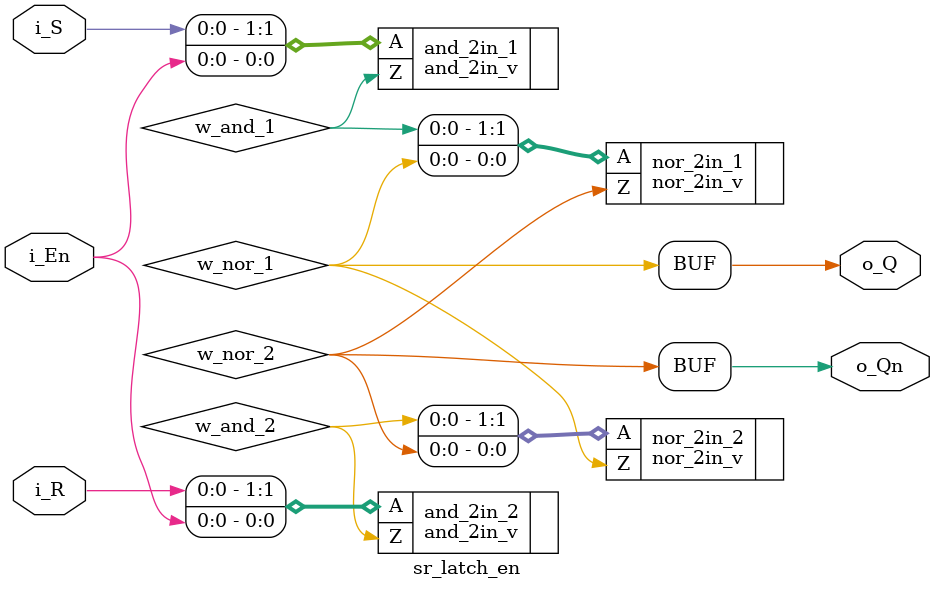
<source format=v>
module sr_latch_en (
  input i_En,
  input i_S,
  input i_R,
  output o_Q,
  output o_Qn
  );

  //RTL
  /*
  wire w_and_1;
  wire w_and_2;
  and_2in and_2in_1(
    .A({i_S, i_En}),
    .Z(w_and_1)
    );
  and_2in and_2in_2(
    .A({i_R, i_En}),
    .Z(w_and_2)
    );
  wire w_nor_1;
  wire w_nor_2;
  assign o_Q = w_nor_1;
  assign o_Qn = w_nor_2;
  nor_2in nor_2in_1(
    .A({w_and_1, w_nor_1}),
    .Z(w_nor_2)
    );

  nor_2in nor_2in_2(
    .A({w_and_2, w_nor_2}),
    .Z(w_nor_1)
    );
	*/
  // modelsim
  
  wire w_and_1;
  wire w_and_2;
  and_2in_v and_2in_1(
    .A({i_S, i_En}),
    .Z(w_and_1)
    );
  and_2in_v and_2in_2(
    .A({i_R, i_En}),
    .Z(w_and_2)
    );
  wire w_nor_1;
  wire w_nor_2;
  assign o_Q = w_nor_1;
  assign o_Qn = w_nor_2;
  nor_2in_v nor_2in_1(
    .A({w_and_1, w_nor_1}),
    .Z(w_nor_2)
    );

  nor_2in_v nor_2in_2(
    .A({w_and_2, w_nor_2}),
    .Z(w_nor_1)
    );
  
endmodule //sr_latch

</source>
